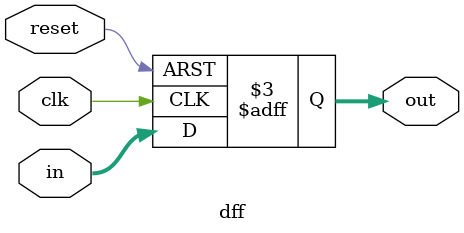
<source format=v>
module top_module (
    input clk,
    input reset,      // 异步复位，高电平有效，复位值为0
    output [3:0] q);
    wire [3:0]dout,din;
    assign din = dout + 4'b0001;
    assign q = dout;
    dff df1(.clk(clk), .reset(reset), .in(din), .out(dout));
endmodule

module dff (
    input clk,
    input reset,
    input [3:0]in,
    output reg [3:0]out
);
    always@(posedge clk or posedge reset)begin
        if(reset == 1)
            out <= 4'b0000;
        else
            out <= in;
    end
endmodule
</source>
